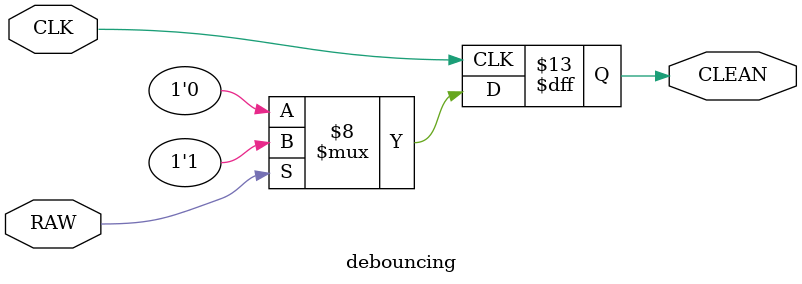
<source format=v>
`timescale 1ns / 1ps

module debouncing (RAW, CLK, CLEAN);
    input RAW, CLK;
    output reg CLEAN;
    reg[2:0] count;
    wire TC;
    
    always@(posedge CLK) begin
        if(~RAW)
            count <= 3'b000;
        else
            count <= count + 3'b001;
    end
    assign TC = (count == 3'b111);
    always@(posedge CLK)begin
        if(~RAW)
            CLEAN <= 1'b0;
        else
            CLEAN <= 1'b1;
    end
endmodule

/**
module Mealy_FSM(p1, clk, reset, z);
    input p1, clk, reset;
    output reg z;
    
    parameter s0=0, s1=1, s2=2, s3=3;
    reg[1:0] PS,NS;
    
    always@(posedge clk or posedge reset)
    begin
        if(reset)
            PS <= s0;
        else
            PS <= NS;
    end
    always@(PS or p1)
    begin
        case(PS)
        s0: begin
                z=0;
                if(p1)
                    NS = s1;
                else
                    NS = s0;
            end
        s1: begin
                if(p1)
                    NS = s2;
                else
                    NS = s0;
            end
        s2: begin
                if(p1)
                    NS = s2;
                else
                    NS = s3;
            end
        s3: begin
                if(p1)
                    NS = s1;
                else
                    NS = s0;
            end
        endcase
    end
    always@(PS or p1)
    begin
        case(PS)
            s0: z=0;
            s1: z=0;
            s2: z=0;
            s3: begin
                if(p1)
                    z=1;
                end
        endcase
    end
endmodule
//*/
/**
module Moore_FSM(p1, clk, reset, z);
    input p1, clk, reset;
    output reg z;
    
    parameter s0=0, s1=1, s2=2, s3=3, s4=4;
    reg[2:0] PS,NS;
    
    always@(posedge clk or posedge reset)
    begin
        if(reset)
            PS <= s0;
        else
            PS <= NS;
    end
    always@(PS or p1)
    begin
        case(PS)
        s0: begin
                z=0;
                if(p1)
                    NS = s1;
                else
                    NS = s0;
            end
        s1: begin
                if(p1)
                    NS = s2;
                else
                    NS = s0;
            end
        s2: begin
                if(p1)
                    NS = s2;
                else
                    NS = s3;
            end
        s3: begin
                if(p1)
                    NS = s1;
                else
                    NS = s4;
            end
        s4: begin
                if(p1)
                    NS = s1;
                else
                    NS = s0;
            end
        endcase
    end
    always@(PS)
    begin
        case(PS)
            s0: z=0;
            s1: z=0;
            s2: z=0;
            s3: z=0;
            s4: z=1;
        endcase
    end
endmodule
*/ 

</source>
